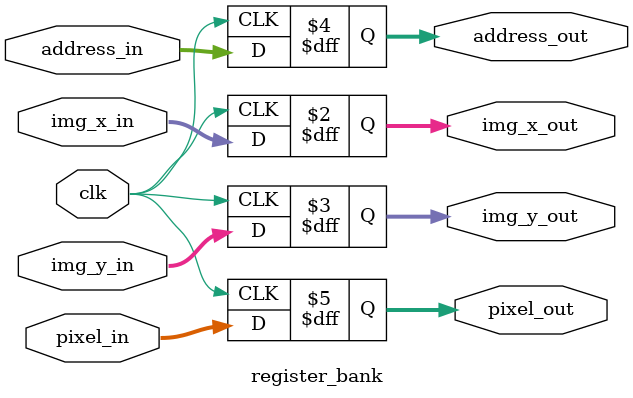
<source format=v>
module register_bank (
    input  wire        clk,
    input  wire [9:0]  img_x_in,
    input  wire [9:0]  img_y_in,
    input  wire [16:0] address_in,
    input  wire [7:0]  pixel_in,   // valor do pixel lido
    output reg  [9:0]  img_x_out,
    output reg  [9:0]  img_y_out,
    output reg  [16:0] address_out,
    output reg  [7:0]  pixel_out
);

    always @(posedge clk) begin
        img_x_out   <= img_x_in;
        img_y_out   <= img_y_in;
        address_out <= address_in;
        pixel_out   <= pixel_in;
    end

endmodule

</source>
